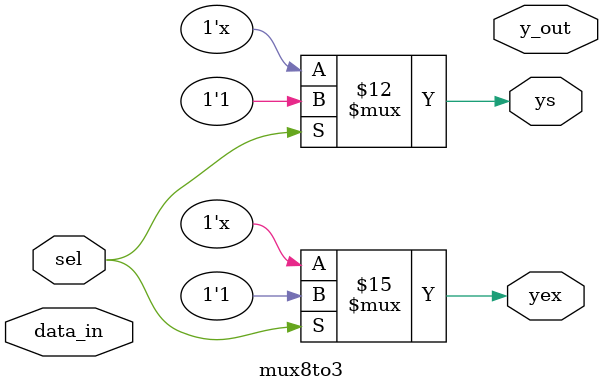
<source format=v>
module mux8to3(data_in,sel,y_out,ys,yex);
	output	[2:0]y_out;
	output	ys,yex;
	input	[7:0]data_in;
	input	sel;
	reg	[2:0] y_out;
	reg	ys,yex;
	always @(data_in or sel)
		if(sel) 
			{data_in,ys,yex} = {3'b111,1'b1,1'b1}; //当s端=0的时候电路处于正常工作状态。
		else 
			begin
				casex(data_in) //casex是允许识别X未确认状态的case语句
				8'b0???????:{data_in,ys,yex} = {3'b000,1'b1,1'b0};//问号操作符无视01
				8'b10??????:{data_in,ys,yex} = {3'b001,1'b1,1'b0}; 
				8'b110?????:{data_in,ys,yex} = {3'b010,1'b1,1'b0}; 
				8'b11110???:{data_in,ys,yex} = {3'b011,1'b1,1'b0}; 
				8'b111110??:{data_in,ys,yex} = {3'b100,1'b1,1'b0}; 
				8'b1111110?:{data_in,ys,yex} = {3'b101,1'b1,1'b0}; 
				8'b11111110:{data_in,ys,yex} = {3'b110,1'b1,1'b0}; 
				8'b11111111:{data_in,ys,yex} = {3'b111,1'b0,1'b1}; //相对完整不需要default
				//yex,ys的改变是用来区分与非正常工作状态的不同
				endcase
			end
endmodule

</source>
